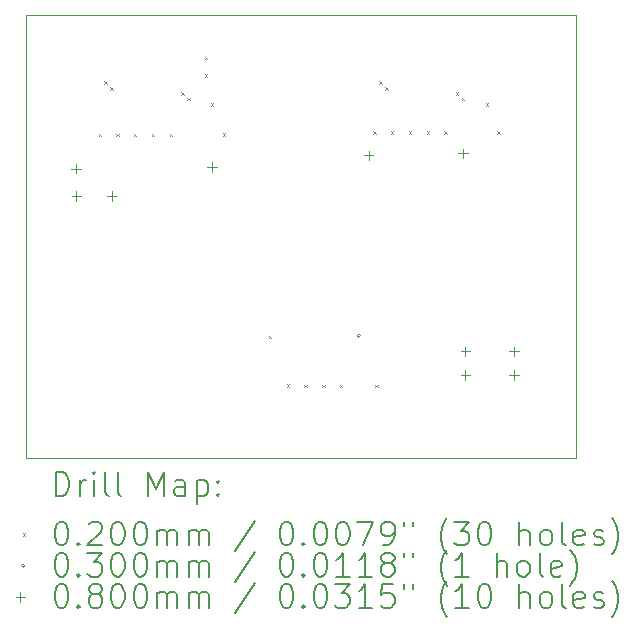
<source format=gbr>
%TF.GenerationSoftware,KiCad,Pcbnew,8.0.3*%
%TF.CreationDate,2025-06-24T11:22:06+03:00*%
%TF.ProjectId,Camera_24-22_Pin,43616d65-7261-45f3-9234-2d32325f5069,rev?*%
%TF.SameCoordinates,Original*%
%TF.FileFunction,Drillmap*%
%TF.FilePolarity,Positive*%
%FSLAX45Y45*%
G04 Gerber Fmt 4.5, Leading zero omitted, Abs format (unit mm)*
G04 Created by KiCad (PCBNEW 8.0.3) date 2025-06-24 11:22:06*
%MOMM*%
%LPD*%
G01*
G04 APERTURE LIST*
%ADD10C,0.100000*%
%ADD11C,0.200000*%
G04 APERTURE END LIST*
D10*
X14679000Y-7486000D02*
X19341000Y-7486000D01*
X19341000Y-11240000D01*
X14679000Y-11240000D01*
X14679000Y-7486000D01*
D11*
D10*
X15296000Y-8492000D02*
X15316000Y-8512000D01*
X15316000Y-8492000D02*
X15296000Y-8512000D01*
X15343000Y-8047000D02*
X15363000Y-8067000D01*
X15363000Y-8047000D02*
X15343000Y-8067000D01*
X15396000Y-8098000D02*
X15416000Y-8118000D01*
X15416000Y-8098000D02*
X15396000Y-8118000D01*
X15446000Y-8492000D02*
X15466000Y-8512000D01*
X15466000Y-8492000D02*
X15446000Y-8512000D01*
X15596000Y-8492000D02*
X15616000Y-8512000D01*
X15616000Y-8492000D02*
X15596000Y-8512000D01*
X15746000Y-8492000D02*
X15766000Y-8512000D01*
X15766000Y-8492000D02*
X15746000Y-8512000D01*
X15897000Y-8492000D02*
X15917000Y-8512000D01*
X15917000Y-8492000D02*
X15897000Y-8512000D01*
X15995000Y-8142000D02*
X16015000Y-8162000D01*
X16015000Y-8142000D02*
X15995000Y-8162000D01*
X16046000Y-8185000D02*
X16066000Y-8205000D01*
X16066000Y-8185000D02*
X16046000Y-8205000D01*
X16196000Y-7838000D02*
X16216000Y-7858000D01*
X16216000Y-7838000D02*
X16196000Y-7858000D01*
X16196000Y-7989000D02*
X16216000Y-8009000D01*
X16216000Y-7989000D02*
X16196000Y-8009000D01*
X16246000Y-8235000D02*
X16266000Y-8255000D01*
X16266000Y-8235000D02*
X16246000Y-8255000D01*
X16346000Y-8487000D02*
X16366000Y-8507000D01*
X16366000Y-8487000D02*
X16346000Y-8507000D01*
X16739000Y-10205000D02*
X16759000Y-10225000D01*
X16759000Y-10205000D02*
X16739000Y-10225000D01*
X16889000Y-10614000D02*
X16909000Y-10634000D01*
X16909000Y-10614000D02*
X16889000Y-10634000D01*
X17038000Y-10616000D02*
X17058000Y-10636000D01*
X17058000Y-10616000D02*
X17038000Y-10636000D01*
X17189000Y-10616000D02*
X17209000Y-10636000D01*
X17209000Y-10616000D02*
X17189000Y-10636000D01*
X17339000Y-10616000D02*
X17359000Y-10636000D01*
X17359000Y-10616000D02*
X17339000Y-10636000D01*
X17622000Y-8470000D02*
X17642000Y-8490000D01*
X17642000Y-8470000D02*
X17622000Y-8490000D01*
X17638000Y-10616000D02*
X17658000Y-10636000D01*
X17658000Y-10616000D02*
X17638000Y-10636000D01*
X17672000Y-8047000D02*
X17692000Y-8067000D01*
X17692000Y-8047000D02*
X17672000Y-8067000D01*
X17722000Y-8098000D02*
X17742000Y-8118000D01*
X17742000Y-8098000D02*
X17722000Y-8118000D01*
X17772000Y-8470000D02*
X17792000Y-8490000D01*
X17792000Y-8470000D02*
X17772000Y-8490000D01*
X17922000Y-8470000D02*
X17942000Y-8490000D01*
X17942000Y-8470000D02*
X17922000Y-8490000D01*
X18073000Y-8470000D02*
X18093000Y-8490000D01*
X18093000Y-8470000D02*
X18073000Y-8490000D01*
X18222000Y-8470000D02*
X18242000Y-8490000D01*
X18242000Y-8470000D02*
X18222000Y-8490000D01*
X18322000Y-8142000D02*
X18342000Y-8162000D01*
X18342000Y-8142000D02*
X18322000Y-8162000D01*
X18372000Y-8185000D02*
X18392000Y-8205000D01*
X18392000Y-8185000D02*
X18372000Y-8205000D01*
X18572000Y-8235000D02*
X18592000Y-8255000D01*
X18592000Y-8235000D02*
X18572000Y-8255000D01*
X18672000Y-8470000D02*
X18692000Y-8490000D01*
X18692000Y-8470000D02*
X18672000Y-8490000D01*
X17514000Y-10200000D02*
G75*
G02*
X17484000Y-10200000I-15000J0D01*
G01*
X17484000Y-10200000D02*
G75*
G02*
X17514000Y-10200000I15000J0D01*
G01*
X15103000Y-8748000D02*
X15103000Y-8828000D01*
X15063000Y-8788000D02*
X15143000Y-8788000D01*
X15107000Y-8978000D02*
X15107000Y-9058000D01*
X15067000Y-9018000D02*
X15147000Y-9018000D01*
X15406000Y-8977000D02*
X15406000Y-9057000D01*
X15366000Y-9017000D02*
X15446000Y-9017000D01*
X16255000Y-8734000D02*
X16255000Y-8814000D01*
X16215000Y-8774000D02*
X16295000Y-8774000D01*
X17582000Y-8635000D02*
X17582000Y-8715000D01*
X17542000Y-8675000D02*
X17622000Y-8675000D01*
X18382000Y-8617000D02*
X18382000Y-8697000D01*
X18342000Y-8657000D02*
X18422000Y-8657000D01*
X18402000Y-10295000D02*
X18402000Y-10375000D01*
X18362000Y-10335000D02*
X18442000Y-10335000D01*
X18402000Y-10495000D02*
X18402000Y-10575000D01*
X18362000Y-10535000D02*
X18442000Y-10535000D01*
X18811000Y-10295000D02*
X18811000Y-10375000D01*
X18771000Y-10335000D02*
X18851000Y-10335000D01*
X18811000Y-10495000D02*
X18811000Y-10575000D01*
X18771000Y-10535000D02*
X18851000Y-10535000D01*
D11*
X14934777Y-11556484D02*
X14934777Y-11356484D01*
X14934777Y-11356484D02*
X14982396Y-11356484D01*
X14982396Y-11356484D02*
X15010967Y-11366008D01*
X15010967Y-11366008D02*
X15030015Y-11385055D01*
X15030015Y-11385055D02*
X15039539Y-11404103D01*
X15039539Y-11404103D02*
X15049062Y-11442198D01*
X15049062Y-11442198D02*
X15049062Y-11470769D01*
X15049062Y-11470769D02*
X15039539Y-11508865D01*
X15039539Y-11508865D02*
X15030015Y-11527912D01*
X15030015Y-11527912D02*
X15010967Y-11546960D01*
X15010967Y-11546960D02*
X14982396Y-11556484D01*
X14982396Y-11556484D02*
X14934777Y-11556484D01*
X15134777Y-11556484D02*
X15134777Y-11423150D01*
X15134777Y-11461246D02*
X15144301Y-11442198D01*
X15144301Y-11442198D02*
X15153824Y-11432674D01*
X15153824Y-11432674D02*
X15172872Y-11423150D01*
X15172872Y-11423150D02*
X15191920Y-11423150D01*
X15258586Y-11556484D02*
X15258586Y-11423150D01*
X15258586Y-11356484D02*
X15249062Y-11366008D01*
X15249062Y-11366008D02*
X15258586Y-11375531D01*
X15258586Y-11375531D02*
X15268110Y-11366008D01*
X15268110Y-11366008D02*
X15258586Y-11356484D01*
X15258586Y-11356484D02*
X15258586Y-11375531D01*
X15382396Y-11556484D02*
X15363348Y-11546960D01*
X15363348Y-11546960D02*
X15353824Y-11527912D01*
X15353824Y-11527912D02*
X15353824Y-11356484D01*
X15487158Y-11556484D02*
X15468110Y-11546960D01*
X15468110Y-11546960D02*
X15458586Y-11527912D01*
X15458586Y-11527912D02*
X15458586Y-11356484D01*
X15715729Y-11556484D02*
X15715729Y-11356484D01*
X15715729Y-11356484D02*
X15782396Y-11499341D01*
X15782396Y-11499341D02*
X15849062Y-11356484D01*
X15849062Y-11356484D02*
X15849062Y-11556484D01*
X16030015Y-11556484D02*
X16030015Y-11451722D01*
X16030015Y-11451722D02*
X16020491Y-11432674D01*
X16020491Y-11432674D02*
X16001443Y-11423150D01*
X16001443Y-11423150D02*
X15963348Y-11423150D01*
X15963348Y-11423150D02*
X15944301Y-11432674D01*
X16030015Y-11546960D02*
X16010967Y-11556484D01*
X16010967Y-11556484D02*
X15963348Y-11556484D01*
X15963348Y-11556484D02*
X15944301Y-11546960D01*
X15944301Y-11546960D02*
X15934777Y-11527912D01*
X15934777Y-11527912D02*
X15934777Y-11508865D01*
X15934777Y-11508865D02*
X15944301Y-11489817D01*
X15944301Y-11489817D02*
X15963348Y-11480293D01*
X15963348Y-11480293D02*
X16010967Y-11480293D01*
X16010967Y-11480293D02*
X16030015Y-11470769D01*
X16125253Y-11423150D02*
X16125253Y-11623150D01*
X16125253Y-11432674D02*
X16144301Y-11423150D01*
X16144301Y-11423150D02*
X16182396Y-11423150D01*
X16182396Y-11423150D02*
X16201443Y-11432674D01*
X16201443Y-11432674D02*
X16210967Y-11442198D01*
X16210967Y-11442198D02*
X16220491Y-11461246D01*
X16220491Y-11461246D02*
X16220491Y-11518388D01*
X16220491Y-11518388D02*
X16210967Y-11537436D01*
X16210967Y-11537436D02*
X16201443Y-11546960D01*
X16201443Y-11546960D02*
X16182396Y-11556484D01*
X16182396Y-11556484D02*
X16144301Y-11556484D01*
X16144301Y-11556484D02*
X16125253Y-11546960D01*
X16306205Y-11537436D02*
X16315729Y-11546960D01*
X16315729Y-11546960D02*
X16306205Y-11556484D01*
X16306205Y-11556484D02*
X16296682Y-11546960D01*
X16296682Y-11546960D02*
X16306205Y-11537436D01*
X16306205Y-11537436D02*
X16306205Y-11556484D01*
X16306205Y-11432674D02*
X16315729Y-11442198D01*
X16315729Y-11442198D02*
X16306205Y-11451722D01*
X16306205Y-11451722D02*
X16296682Y-11442198D01*
X16296682Y-11442198D02*
X16306205Y-11432674D01*
X16306205Y-11432674D02*
X16306205Y-11451722D01*
D10*
X14654000Y-11875000D02*
X14674000Y-11895000D01*
X14674000Y-11875000D02*
X14654000Y-11895000D01*
D11*
X14972872Y-11776484D02*
X14991920Y-11776484D01*
X14991920Y-11776484D02*
X15010967Y-11786008D01*
X15010967Y-11786008D02*
X15020491Y-11795531D01*
X15020491Y-11795531D02*
X15030015Y-11814579D01*
X15030015Y-11814579D02*
X15039539Y-11852674D01*
X15039539Y-11852674D02*
X15039539Y-11900293D01*
X15039539Y-11900293D02*
X15030015Y-11938388D01*
X15030015Y-11938388D02*
X15020491Y-11957436D01*
X15020491Y-11957436D02*
X15010967Y-11966960D01*
X15010967Y-11966960D02*
X14991920Y-11976484D01*
X14991920Y-11976484D02*
X14972872Y-11976484D01*
X14972872Y-11976484D02*
X14953824Y-11966960D01*
X14953824Y-11966960D02*
X14944301Y-11957436D01*
X14944301Y-11957436D02*
X14934777Y-11938388D01*
X14934777Y-11938388D02*
X14925253Y-11900293D01*
X14925253Y-11900293D02*
X14925253Y-11852674D01*
X14925253Y-11852674D02*
X14934777Y-11814579D01*
X14934777Y-11814579D02*
X14944301Y-11795531D01*
X14944301Y-11795531D02*
X14953824Y-11786008D01*
X14953824Y-11786008D02*
X14972872Y-11776484D01*
X15125253Y-11957436D02*
X15134777Y-11966960D01*
X15134777Y-11966960D02*
X15125253Y-11976484D01*
X15125253Y-11976484D02*
X15115729Y-11966960D01*
X15115729Y-11966960D02*
X15125253Y-11957436D01*
X15125253Y-11957436D02*
X15125253Y-11976484D01*
X15210967Y-11795531D02*
X15220491Y-11786008D01*
X15220491Y-11786008D02*
X15239539Y-11776484D01*
X15239539Y-11776484D02*
X15287158Y-11776484D01*
X15287158Y-11776484D02*
X15306205Y-11786008D01*
X15306205Y-11786008D02*
X15315729Y-11795531D01*
X15315729Y-11795531D02*
X15325253Y-11814579D01*
X15325253Y-11814579D02*
X15325253Y-11833627D01*
X15325253Y-11833627D02*
X15315729Y-11862198D01*
X15315729Y-11862198D02*
X15201443Y-11976484D01*
X15201443Y-11976484D02*
X15325253Y-11976484D01*
X15449062Y-11776484D02*
X15468110Y-11776484D01*
X15468110Y-11776484D02*
X15487158Y-11786008D01*
X15487158Y-11786008D02*
X15496682Y-11795531D01*
X15496682Y-11795531D02*
X15506205Y-11814579D01*
X15506205Y-11814579D02*
X15515729Y-11852674D01*
X15515729Y-11852674D02*
X15515729Y-11900293D01*
X15515729Y-11900293D02*
X15506205Y-11938388D01*
X15506205Y-11938388D02*
X15496682Y-11957436D01*
X15496682Y-11957436D02*
X15487158Y-11966960D01*
X15487158Y-11966960D02*
X15468110Y-11976484D01*
X15468110Y-11976484D02*
X15449062Y-11976484D01*
X15449062Y-11976484D02*
X15430015Y-11966960D01*
X15430015Y-11966960D02*
X15420491Y-11957436D01*
X15420491Y-11957436D02*
X15410967Y-11938388D01*
X15410967Y-11938388D02*
X15401443Y-11900293D01*
X15401443Y-11900293D02*
X15401443Y-11852674D01*
X15401443Y-11852674D02*
X15410967Y-11814579D01*
X15410967Y-11814579D02*
X15420491Y-11795531D01*
X15420491Y-11795531D02*
X15430015Y-11786008D01*
X15430015Y-11786008D02*
X15449062Y-11776484D01*
X15639539Y-11776484D02*
X15658586Y-11776484D01*
X15658586Y-11776484D02*
X15677634Y-11786008D01*
X15677634Y-11786008D02*
X15687158Y-11795531D01*
X15687158Y-11795531D02*
X15696682Y-11814579D01*
X15696682Y-11814579D02*
X15706205Y-11852674D01*
X15706205Y-11852674D02*
X15706205Y-11900293D01*
X15706205Y-11900293D02*
X15696682Y-11938388D01*
X15696682Y-11938388D02*
X15687158Y-11957436D01*
X15687158Y-11957436D02*
X15677634Y-11966960D01*
X15677634Y-11966960D02*
X15658586Y-11976484D01*
X15658586Y-11976484D02*
X15639539Y-11976484D01*
X15639539Y-11976484D02*
X15620491Y-11966960D01*
X15620491Y-11966960D02*
X15610967Y-11957436D01*
X15610967Y-11957436D02*
X15601443Y-11938388D01*
X15601443Y-11938388D02*
X15591920Y-11900293D01*
X15591920Y-11900293D02*
X15591920Y-11852674D01*
X15591920Y-11852674D02*
X15601443Y-11814579D01*
X15601443Y-11814579D02*
X15610967Y-11795531D01*
X15610967Y-11795531D02*
X15620491Y-11786008D01*
X15620491Y-11786008D02*
X15639539Y-11776484D01*
X15791920Y-11976484D02*
X15791920Y-11843150D01*
X15791920Y-11862198D02*
X15801443Y-11852674D01*
X15801443Y-11852674D02*
X15820491Y-11843150D01*
X15820491Y-11843150D02*
X15849063Y-11843150D01*
X15849063Y-11843150D02*
X15868110Y-11852674D01*
X15868110Y-11852674D02*
X15877634Y-11871722D01*
X15877634Y-11871722D02*
X15877634Y-11976484D01*
X15877634Y-11871722D02*
X15887158Y-11852674D01*
X15887158Y-11852674D02*
X15906205Y-11843150D01*
X15906205Y-11843150D02*
X15934777Y-11843150D01*
X15934777Y-11843150D02*
X15953824Y-11852674D01*
X15953824Y-11852674D02*
X15963348Y-11871722D01*
X15963348Y-11871722D02*
X15963348Y-11976484D01*
X16058586Y-11976484D02*
X16058586Y-11843150D01*
X16058586Y-11862198D02*
X16068110Y-11852674D01*
X16068110Y-11852674D02*
X16087158Y-11843150D01*
X16087158Y-11843150D02*
X16115729Y-11843150D01*
X16115729Y-11843150D02*
X16134777Y-11852674D01*
X16134777Y-11852674D02*
X16144301Y-11871722D01*
X16144301Y-11871722D02*
X16144301Y-11976484D01*
X16144301Y-11871722D02*
X16153824Y-11852674D01*
X16153824Y-11852674D02*
X16172872Y-11843150D01*
X16172872Y-11843150D02*
X16201443Y-11843150D01*
X16201443Y-11843150D02*
X16220491Y-11852674D01*
X16220491Y-11852674D02*
X16230015Y-11871722D01*
X16230015Y-11871722D02*
X16230015Y-11976484D01*
X16620491Y-11766960D02*
X16449063Y-12024103D01*
X16877634Y-11776484D02*
X16896682Y-11776484D01*
X16896682Y-11776484D02*
X16915729Y-11786008D01*
X16915729Y-11786008D02*
X16925253Y-11795531D01*
X16925253Y-11795531D02*
X16934777Y-11814579D01*
X16934777Y-11814579D02*
X16944301Y-11852674D01*
X16944301Y-11852674D02*
X16944301Y-11900293D01*
X16944301Y-11900293D02*
X16934777Y-11938388D01*
X16934777Y-11938388D02*
X16925253Y-11957436D01*
X16925253Y-11957436D02*
X16915729Y-11966960D01*
X16915729Y-11966960D02*
X16896682Y-11976484D01*
X16896682Y-11976484D02*
X16877634Y-11976484D01*
X16877634Y-11976484D02*
X16858587Y-11966960D01*
X16858587Y-11966960D02*
X16849063Y-11957436D01*
X16849063Y-11957436D02*
X16839539Y-11938388D01*
X16839539Y-11938388D02*
X16830015Y-11900293D01*
X16830015Y-11900293D02*
X16830015Y-11852674D01*
X16830015Y-11852674D02*
X16839539Y-11814579D01*
X16839539Y-11814579D02*
X16849063Y-11795531D01*
X16849063Y-11795531D02*
X16858587Y-11786008D01*
X16858587Y-11786008D02*
X16877634Y-11776484D01*
X17030015Y-11957436D02*
X17039539Y-11966960D01*
X17039539Y-11966960D02*
X17030015Y-11976484D01*
X17030015Y-11976484D02*
X17020491Y-11966960D01*
X17020491Y-11966960D02*
X17030015Y-11957436D01*
X17030015Y-11957436D02*
X17030015Y-11976484D01*
X17163348Y-11776484D02*
X17182396Y-11776484D01*
X17182396Y-11776484D02*
X17201444Y-11786008D01*
X17201444Y-11786008D02*
X17210968Y-11795531D01*
X17210968Y-11795531D02*
X17220491Y-11814579D01*
X17220491Y-11814579D02*
X17230015Y-11852674D01*
X17230015Y-11852674D02*
X17230015Y-11900293D01*
X17230015Y-11900293D02*
X17220491Y-11938388D01*
X17220491Y-11938388D02*
X17210968Y-11957436D01*
X17210968Y-11957436D02*
X17201444Y-11966960D01*
X17201444Y-11966960D02*
X17182396Y-11976484D01*
X17182396Y-11976484D02*
X17163348Y-11976484D01*
X17163348Y-11976484D02*
X17144301Y-11966960D01*
X17144301Y-11966960D02*
X17134777Y-11957436D01*
X17134777Y-11957436D02*
X17125253Y-11938388D01*
X17125253Y-11938388D02*
X17115729Y-11900293D01*
X17115729Y-11900293D02*
X17115729Y-11852674D01*
X17115729Y-11852674D02*
X17125253Y-11814579D01*
X17125253Y-11814579D02*
X17134777Y-11795531D01*
X17134777Y-11795531D02*
X17144301Y-11786008D01*
X17144301Y-11786008D02*
X17163348Y-11776484D01*
X17353825Y-11776484D02*
X17372872Y-11776484D01*
X17372872Y-11776484D02*
X17391920Y-11786008D01*
X17391920Y-11786008D02*
X17401444Y-11795531D01*
X17401444Y-11795531D02*
X17410968Y-11814579D01*
X17410968Y-11814579D02*
X17420491Y-11852674D01*
X17420491Y-11852674D02*
X17420491Y-11900293D01*
X17420491Y-11900293D02*
X17410968Y-11938388D01*
X17410968Y-11938388D02*
X17401444Y-11957436D01*
X17401444Y-11957436D02*
X17391920Y-11966960D01*
X17391920Y-11966960D02*
X17372872Y-11976484D01*
X17372872Y-11976484D02*
X17353825Y-11976484D01*
X17353825Y-11976484D02*
X17334777Y-11966960D01*
X17334777Y-11966960D02*
X17325253Y-11957436D01*
X17325253Y-11957436D02*
X17315729Y-11938388D01*
X17315729Y-11938388D02*
X17306206Y-11900293D01*
X17306206Y-11900293D02*
X17306206Y-11852674D01*
X17306206Y-11852674D02*
X17315729Y-11814579D01*
X17315729Y-11814579D02*
X17325253Y-11795531D01*
X17325253Y-11795531D02*
X17334777Y-11786008D01*
X17334777Y-11786008D02*
X17353825Y-11776484D01*
X17487158Y-11776484D02*
X17620491Y-11776484D01*
X17620491Y-11776484D02*
X17534777Y-11976484D01*
X17706206Y-11976484D02*
X17744301Y-11976484D01*
X17744301Y-11976484D02*
X17763349Y-11966960D01*
X17763349Y-11966960D02*
X17772872Y-11957436D01*
X17772872Y-11957436D02*
X17791920Y-11928865D01*
X17791920Y-11928865D02*
X17801444Y-11890769D01*
X17801444Y-11890769D02*
X17801444Y-11814579D01*
X17801444Y-11814579D02*
X17791920Y-11795531D01*
X17791920Y-11795531D02*
X17782396Y-11786008D01*
X17782396Y-11786008D02*
X17763349Y-11776484D01*
X17763349Y-11776484D02*
X17725253Y-11776484D01*
X17725253Y-11776484D02*
X17706206Y-11786008D01*
X17706206Y-11786008D02*
X17696682Y-11795531D01*
X17696682Y-11795531D02*
X17687158Y-11814579D01*
X17687158Y-11814579D02*
X17687158Y-11862198D01*
X17687158Y-11862198D02*
X17696682Y-11881246D01*
X17696682Y-11881246D02*
X17706206Y-11890769D01*
X17706206Y-11890769D02*
X17725253Y-11900293D01*
X17725253Y-11900293D02*
X17763349Y-11900293D01*
X17763349Y-11900293D02*
X17782396Y-11890769D01*
X17782396Y-11890769D02*
X17791920Y-11881246D01*
X17791920Y-11881246D02*
X17801444Y-11862198D01*
X17877634Y-11776484D02*
X17877634Y-11814579D01*
X17953825Y-11776484D02*
X17953825Y-11814579D01*
X18249063Y-12052674D02*
X18239539Y-12043150D01*
X18239539Y-12043150D02*
X18220491Y-12014579D01*
X18220491Y-12014579D02*
X18210968Y-11995531D01*
X18210968Y-11995531D02*
X18201444Y-11966960D01*
X18201444Y-11966960D02*
X18191920Y-11919341D01*
X18191920Y-11919341D02*
X18191920Y-11881246D01*
X18191920Y-11881246D02*
X18201444Y-11833627D01*
X18201444Y-11833627D02*
X18210968Y-11805055D01*
X18210968Y-11805055D02*
X18220491Y-11786008D01*
X18220491Y-11786008D02*
X18239539Y-11757436D01*
X18239539Y-11757436D02*
X18249063Y-11747912D01*
X18306206Y-11776484D02*
X18430015Y-11776484D01*
X18430015Y-11776484D02*
X18363349Y-11852674D01*
X18363349Y-11852674D02*
X18391920Y-11852674D01*
X18391920Y-11852674D02*
X18410968Y-11862198D01*
X18410968Y-11862198D02*
X18420491Y-11871722D01*
X18420491Y-11871722D02*
X18430015Y-11890769D01*
X18430015Y-11890769D02*
X18430015Y-11938388D01*
X18430015Y-11938388D02*
X18420491Y-11957436D01*
X18420491Y-11957436D02*
X18410968Y-11966960D01*
X18410968Y-11966960D02*
X18391920Y-11976484D01*
X18391920Y-11976484D02*
X18334777Y-11976484D01*
X18334777Y-11976484D02*
X18315730Y-11966960D01*
X18315730Y-11966960D02*
X18306206Y-11957436D01*
X18553825Y-11776484D02*
X18572872Y-11776484D01*
X18572872Y-11776484D02*
X18591920Y-11786008D01*
X18591920Y-11786008D02*
X18601444Y-11795531D01*
X18601444Y-11795531D02*
X18610968Y-11814579D01*
X18610968Y-11814579D02*
X18620491Y-11852674D01*
X18620491Y-11852674D02*
X18620491Y-11900293D01*
X18620491Y-11900293D02*
X18610968Y-11938388D01*
X18610968Y-11938388D02*
X18601444Y-11957436D01*
X18601444Y-11957436D02*
X18591920Y-11966960D01*
X18591920Y-11966960D02*
X18572872Y-11976484D01*
X18572872Y-11976484D02*
X18553825Y-11976484D01*
X18553825Y-11976484D02*
X18534777Y-11966960D01*
X18534777Y-11966960D02*
X18525253Y-11957436D01*
X18525253Y-11957436D02*
X18515730Y-11938388D01*
X18515730Y-11938388D02*
X18506206Y-11900293D01*
X18506206Y-11900293D02*
X18506206Y-11852674D01*
X18506206Y-11852674D02*
X18515730Y-11814579D01*
X18515730Y-11814579D02*
X18525253Y-11795531D01*
X18525253Y-11795531D02*
X18534777Y-11786008D01*
X18534777Y-11786008D02*
X18553825Y-11776484D01*
X18858587Y-11976484D02*
X18858587Y-11776484D01*
X18944301Y-11976484D02*
X18944301Y-11871722D01*
X18944301Y-11871722D02*
X18934777Y-11852674D01*
X18934777Y-11852674D02*
X18915730Y-11843150D01*
X18915730Y-11843150D02*
X18887158Y-11843150D01*
X18887158Y-11843150D02*
X18868111Y-11852674D01*
X18868111Y-11852674D02*
X18858587Y-11862198D01*
X19068111Y-11976484D02*
X19049063Y-11966960D01*
X19049063Y-11966960D02*
X19039539Y-11957436D01*
X19039539Y-11957436D02*
X19030015Y-11938388D01*
X19030015Y-11938388D02*
X19030015Y-11881246D01*
X19030015Y-11881246D02*
X19039539Y-11862198D01*
X19039539Y-11862198D02*
X19049063Y-11852674D01*
X19049063Y-11852674D02*
X19068111Y-11843150D01*
X19068111Y-11843150D02*
X19096682Y-11843150D01*
X19096682Y-11843150D02*
X19115730Y-11852674D01*
X19115730Y-11852674D02*
X19125253Y-11862198D01*
X19125253Y-11862198D02*
X19134777Y-11881246D01*
X19134777Y-11881246D02*
X19134777Y-11938388D01*
X19134777Y-11938388D02*
X19125253Y-11957436D01*
X19125253Y-11957436D02*
X19115730Y-11966960D01*
X19115730Y-11966960D02*
X19096682Y-11976484D01*
X19096682Y-11976484D02*
X19068111Y-11976484D01*
X19249063Y-11976484D02*
X19230015Y-11966960D01*
X19230015Y-11966960D02*
X19220492Y-11947912D01*
X19220492Y-11947912D02*
X19220492Y-11776484D01*
X19401444Y-11966960D02*
X19382396Y-11976484D01*
X19382396Y-11976484D02*
X19344301Y-11976484D01*
X19344301Y-11976484D02*
X19325253Y-11966960D01*
X19325253Y-11966960D02*
X19315730Y-11947912D01*
X19315730Y-11947912D02*
X19315730Y-11871722D01*
X19315730Y-11871722D02*
X19325253Y-11852674D01*
X19325253Y-11852674D02*
X19344301Y-11843150D01*
X19344301Y-11843150D02*
X19382396Y-11843150D01*
X19382396Y-11843150D02*
X19401444Y-11852674D01*
X19401444Y-11852674D02*
X19410968Y-11871722D01*
X19410968Y-11871722D02*
X19410968Y-11890769D01*
X19410968Y-11890769D02*
X19315730Y-11909817D01*
X19487158Y-11966960D02*
X19506206Y-11976484D01*
X19506206Y-11976484D02*
X19544301Y-11976484D01*
X19544301Y-11976484D02*
X19563349Y-11966960D01*
X19563349Y-11966960D02*
X19572873Y-11947912D01*
X19572873Y-11947912D02*
X19572873Y-11938388D01*
X19572873Y-11938388D02*
X19563349Y-11919341D01*
X19563349Y-11919341D02*
X19544301Y-11909817D01*
X19544301Y-11909817D02*
X19515730Y-11909817D01*
X19515730Y-11909817D02*
X19496682Y-11900293D01*
X19496682Y-11900293D02*
X19487158Y-11881246D01*
X19487158Y-11881246D02*
X19487158Y-11871722D01*
X19487158Y-11871722D02*
X19496682Y-11852674D01*
X19496682Y-11852674D02*
X19515730Y-11843150D01*
X19515730Y-11843150D02*
X19544301Y-11843150D01*
X19544301Y-11843150D02*
X19563349Y-11852674D01*
X19639539Y-12052674D02*
X19649063Y-12043150D01*
X19649063Y-12043150D02*
X19668111Y-12014579D01*
X19668111Y-12014579D02*
X19677634Y-11995531D01*
X19677634Y-11995531D02*
X19687158Y-11966960D01*
X19687158Y-11966960D02*
X19696682Y-11919341D01*
X19696682Y-11919341D02*
X19696682Y-11881246D01*
X19696682Y-11881246D02*
X19687158Y-11833627D01*
X19687158Y-11833627D02*
X19677634Y-11805055D01*
X19677634Y-11805055D02*
X19668111Y-11786008D01*
X19668111Y-11786008D02*
X19649063Y-11757436D01*
X19649063Y-11757436D02*
X19639539Y-11747912D01*
D10*
X14674000Y-12149000D02*
G75*
G02*
X14644000Y-12149000I-15000J0D01*
G01*
X14644000Y-12149000D02*
G75*
G02*
X14674000Y-12149000I15000J0D01*
G01*
D11*
X14972872Y-12040484D02*
X14991920Y-12040484D01*
X14991920Y-12040484D02*
X15010967Y-12050008D01*
X15010967Y-12050008D02*
X15020491Y-12059531D01*
X15020491Y-12059531D02*
X15030015Y-12078579D01*
X15030015Y-12078579D02*
X15039539Y-12116674D01*
X15039539Y-12116674D02*
X15039539Y-12164293D01*
X15039539Y-12164293D02*
X15030015Y-12202388D01*
X15030015Y-12202388D02*
X15020491Y-12221436D01*
X15020491Y-12221436D02*
X15010967Y-12230960D01*
X15010967Y-12230960D02*
X14991920Y-12240484D01*
X14991920Y-12240484D02*
X14972872Y-12240484D01*
X14972872Y-12240484D02*
X14953824Y-12230960D01*
X14953824Y-12230960D02*
X14944301Y-12221436D01*
X14944301Y-12221436D02*
X14934777Y-12202388D01*
X14934777Y-12202388D02*
X14925253Y-12164293D01*
X14925253Y-12164293D02*
X14925253Y-12116674D01*
X14925253Y-12116674D02*
X14934777Y-12078579D01*
X14934777Y-12078579D02*
X14944301Y-12059531D01*
X14944301Y-12059531D02*
X14953824Y-12050008D01*
X14953824Y-12050008D02*
X14972872Y-12040484D01*
X15125253Y-12221436D02*
X15134777Y-12230960D01*
X15134777Y-12230960D02*
X15125253Y-12240484D01*
X15125253Y-12240484D02*
X15115729Y-12230960D01*
X15115729Y-12230960D02*
X15125253Y-12221436D01*
X15125253Y-12221436D02*
X15125253Y-12240484D01*
X15201443Y-12040484D02*
X15325253Y-12040484D01*
X15325253Y-12040484D02*
X15258586Y-12116674D01*
X15258586Y-12116674D02*
X15287158Y-12116674D01*
X15287158Y-12116674D02*
X15306205Y-12126198D01*
X15306205Y-12126198D02*
X15315729Y-12135722D01*
X15315729Y-12135722D02*
X15325253Y-12154769D01*
X15325253Y-12154769D02*
X15325253Y-12202388D01*
X15325253Y-12202388D02*
X15315729Y-12221436D01*
X15315729Y-12221436D02*
X15306205Y-12230960D01*
X15306205Y-12230960D02*
X15287158Y-12240484D01*
X15287158Y-12240484D02*
X15230015Y-12240484D01*
X15230015Y-12240484D02*
X15210967Y-12230960D01*
X15210967Y-12230960D02*
X15201443Y-12221436D01*
X15449062Y-12040484D02*
X15468110Y-12040484D01*
X15468110Y-12040484D02*
X15487158Y-12050008D01*
X15487158Y-12050008D02*
X15496682Y-12059531D01*
X15496682Y-12059531D02*
X15506205Y-12078579D01*
X15506205Y-12078579D02*
X15515729Y-12116674D01*
X15515729Y-12116674D02*
X15515729Y-12164293D01*
X15515729Y-12164293D02*
X15506205Y-12202388D01*
X15506205Y-12202388D02*
X15496682Y-12221436D01*
X15496682Y-12221436D02*
X15487158Y-12230960D01*
X15487158Y-12230960D02*
X15468110Y-12240484D01*
X15468110Y-12240484D02*
X15449062Y-12240484D01*
X15449062Y-12240484D02*
X15430015Y-12230960D01*
X15430015Y-12230960D02*
X15420491Y-12221436D01*
X15420491Y-12221436D02*
X15410967Y-12202388D01*
X15410967Y-12202388D02*
X15401443Y-12164293D01*
X15401443Y-12164293D02*
X15401443Y-12116674D01*
X15401443Y-12116674D02*
X15410967Y-12078579D01*
X15410967Y-12078579D02*
X15420491Y-12059531D01*
X15420491Y-12059531D02*
X15430015Y-12050008D01*
X15430015Y-12050008D02*
X15449062Y-12040484D01*
X15639539Y-12040484D02*
X15658586Y-12040484D01*
X15658586Y-12040484D02*
X15677634Y-12050008D01*
X15677634Y-12050008D02*
X15687158Y-12059531D01*
X15687158Y-12059531D02*
X15696682Y-12078579D01*
X15696682Y-12078579D02*
X15706205Y-12116674D01*
X15706205Y-12116674D02*
X15706205Y-12164293D01*
X15706205Y-12164293D02*
X15696682Y-12202388D01*
X15696682Y-12202388D02*
X15687158Y-12221436D01*
X15687158Y-12221436D02*
X15677634Y-12230960D01*
X15677634Y-12230960D02*
X15658586Y-12240484D01*
X15658586Y-12240484D02*
X15639539Y-12240484D01*
X15639539Y-12240484D02*
X15620491Y-12230960D01*
X15620491Y-12230960D02*
X15610967Y-12221436D01*
X15610967Y-12221436D02*
X15601443Y-12202388D01*
X15601443Y-12202388D02*
X15591920Y-12164293D01*
X15591920Y-12164293D02*
X15591920Y-12116674D01*
X15591920Y-12116674D02*
X15601443Y-12078579D01*
X15601443Y-12078579D02*
X15610967Y-12059531D01*
X15610967Y-12059531D02*
X15620491Y-12050008D01*
X15620491Y-12050008D02*
X15639539Y-12040484D01*
X15791920Y-12240484D02*
X15791920Y-12107150D01*
X15791920Y-12126198D02*
X15801443Y-12116674D01*
X15801443Y-12116674D02*
X15820491Y-12107150D01*
X15820491Y-12107150D02*
X15849063Y-12107150D01*
X15849063Y-12107150D02*
X15868110Y-12116674D01*
X15868110Y-12116674D02*
X15877634Y-12135722D01*
X15877634Y-12135722D02*
X15877634Y-12240484D01*
X15877634Y-12135722D02*
X15887158Y-12116674D01*
X15887158Y-12116674D02*
X15906205Y-12107150D01*
X15906205Y-12107150D02*
X15934777Y-12107150D01*
X15934777Y-12107150D02*
X15953824Y-12116674D01*
X15953824Y-12116674D02*
X15963348Y-12135722D01*
X15963348Y-12135722D02*
X15963348Y-12240484D01*
X16058586Y-12240484D02*
X16058586Y-12107150D01*
X16058586Y-12126198D02*
X16068110Y-12116674D01*
X16068110Y-12116674D02*
X16087158Y-12107150D01*
X16087158Y-12107150D02*
X16115729Y-12107150D01*
X16115729Y-12107150D02*
X16134777Y-12116674D01*
X16134777Y-12116674D02*
X16144301Y-12135722D01*
X16144301Y-12135722D02*
X16144301Y-12240484D01*
X16144301Y-12135722D02*
X16153824Y-12116674D01*
X16153824Y-12116674D02*
X16172872Y-12107150D01*
X16172872Y-12107150D02*
X16201443Y-12107150D01*
X16201443Y-12107150D02*
X16220491Y-12116674D01*
X16220491Y-12116674D02*
X16230015Y-12135722D01*
X16230015Y-12135722D02*
X16230015Y-12240484D01*
X16620491Y-12030960D02*
X16449063Y-12288103D01*
X16877634Y-12040484D02*
X16896682Y-12040484D01*
X16896682Y-12040484D02*
X16915729Y-12050008D01*
X16915729Y-12050008D02*
X16925253Y-12059531D01*
X16925253Y-12059531D02*
X16934777Y-12078579D01*
X16934777Y-12078579D02*
X16944301Y-12116674D01*
X16944301Y-12116674D02*
X16944301Y-12164293D01*
X16944301Y-12164293D02*
X16934777Y-12202388D01*
X16934777Y-12202388D02*
X16925253Y-12221436D01*
X16925253Y-12221436D02*
X16915729Y-12230960D01*
X16915729Y-12230960D02*
X16896682Y-12240484D01*
X16896682Y-12240484D02*
X16877634Y-12240484D01*
X16877634Y-12240484D02*
X16858587Y-12230960D01*
X16858587Y-12230960D02*
X16849063Y-12221436D01*
X16849063Y-12221436D02*
X16839539Y-12202388D01*
X16839539Y-12202388D02*
X16830015Y-12164293D01*
X16830015Y-12164293D02*
X16830015Y-12116674D01*
X16830015Y-12116674D02*
X16839539Y-12078579D01*
X16839539Y-12078579D02*
X16849063Y-12059531D01*
X16849063Y-12059531D02*
X16858587Y-12050008D01*
X16858587Y-12050008D02*
X16877634Y-12040484D01*
X17030015Y-12221436D02*
X17039539Y-12230960D01*
X17039539Y-12230960D02*
X17030015Y-12240484D01*
X17030015Y-12240484D02*
X17020491Y-12230960D01*
X17020491Y-12230960D02*
X17030015Y-12221436D01*
X17030015Y-12221436D02*
X17030015Y-12240484D01*
X17163348Y-12040484D02*
X17182396Y-12040484D01*
X17182396Y-12040484D02*
X17201444Y-12050008D01*
X17201444Y-12050008D02*
X17210968Y-12059531D01*
X17210968Y-12059531D02*
X17220491Y-12078579D01*
X17220491Y-12078579D02*
X17230015Y-12116674D01*
X17230015Y-12116674D02*
X17230015Y-12164293D01*
X17230015Y-12164293D02*
X17220491Y-12202388D01*
X17220491Y-12202388D02*
X17210968Y-12221436D01*
X17210968Y-12221436D02*
X17201444Y-12230960D01*
X17201444Y-12230960D02*
X17182396Y-12240484D01*
X17182396Y-12240484D02*
X17163348Y-12240484D01*
X17163348Y-12240484D02*
X17144301Y-12230960D01*
X17144301Y-12230960D02*
X17134777Y-12221436D01*
X17134777Y-12221436D02*
X17125253Y-12202388D01*
X17125253Y-12202388D02*
X17115729Y-12164293D01*
X17115729Y-12164293D02*
X17115729Y-12116674D01*
X17115729Y-12116674D02*
X17125253Y-12078579D01*
X17125253Y-12078579D02*
X17134777Y-12059531D01*
X17134777Y-12059531D02*
X17144301Y-12050008D01*
X17144301Y-12050008D02*
X17163348Y-12040484D01*
X17420491Y-12240484D02*
X17306206Y-12240484D01*
X17363348Y-12240484D02*
X17363348Y-12040484D01*
X17363348Y-12040484D02*
X17344301Y-12069055D01*
X17344301Y-12069055D02*
X17325253Y-12088103D01*
X17325253Y-12088103D02*
X17306206Y-12097627D01*
X17610968Y-12240484D02*
X17496682Y-12240484D01*
X17553825Y-12240484D02*
X17553825Y-12040484D01*
X17553825Y-12040484D02*
X17534777Y-12069055D01*
X17534777Y-12069055D02*
X17515729Y-12088103D01*
X17515729Y-12088103D02*
X17496682Y-12097627D01*
X17725253Y-12126198D02*
X17706206Y-12116674D01*
X17706206Y-12116674D02*
X17696682Y-12107150D01*
X17696682Y-12107150D02*
X17687158Y-12088103D01*
X17687158Y-12088103D02*
X17687158Y-12078579D01*
X17687158Y-12078579D02*
X17696682Y-12059531D01*
X17696682Y-12059531D02*
X17706206Y-12050008D01*
X17706206Y-12050008D02*
X17725253Y-12040484D01*
X17725253Y-12040484D02*
X17763349Y-12040484D01*
X17763349Y-12040484D02*
X17782396Y-12050008D01*
X17782396Y-12050008D02*
X17791920Y-12059531D01*
X17791920Y-12059531D02*
X17801444Y-12078579D01*
X17801444Y-12078579D02*
X17801444Y-12088103D01*
X17801444Y-12088103D02*
X17791920Y-12107150D01*
X17791920Y-12107150D02*
X17782396Y-12116674D01*
X17782396Y-12116674D02*
X17763349Y-12126198D01*
X17763349Y-12126198D02*
X17725253Y-12126198D01*
X17725253Y-12126198D02*
X17706206Y-12135722D01*
X17706206Y-12135722D02*
X17696682Y-12145246D01*
X17696682Y-12145246D02*
X17687158Y-12164293D01*
X17687158Y-12164293D02*
X17687158Y-12202388D01*
X17687158Y-12202388D02*
X17696682Y-12221436D01*
X17696682Y-12221436D02*
X17706206Y-12230960D01*
X17706206Y-12230960D02*
X17725253Y-12240484D01*
X17725253Y-12240484D02*
X17763349Y-12240484D01*
X17763349Y-12240484D02*
X17782396Y-12230960D01*
X17782396Y-12230960D02*
X17791920Y-12221436D01*
X17791920Y-12221436D02*
X17801444Y-12202388D01*
X17801444Y-12202388D02*
X17801444Y-12164293D01*
X17801444Y-12164293D02*
X17791920Y-12145246D01*
X17791920Y-12145246D02*
X17782396Y-12135722D01*
X17782396Y-12135722D02*
X17763349Y-12126198D01*
X17877634Y-12040484D02*
X17877634Y-12078579D01*
X17953825Y-12040484D02*
X17953825Y-12078579D01*
X18249063Y-12316674D02*
X18239539Y-12307150D01*
X18239539Y-12307150D02*
X18220491Y-12278579D01*
X18220491Y-12278579D02*
X18210968Y-12259531D01*
X18210968Y-12259531D02*
X18201444Y-12230960D01*
X18201444Y-12230960D02*
X18191920Y-12183341D01*
X18191920Y-12183341D02*
X18191920Y-12145246D01*
X18191920Y-12145246D02*
X18201444Y-12097627D01*
X18201444Y-12097627D02*
X18210968Y-12069055D01*
X18210968Y-12069055D02*
X18220491Y-12050008D01*
X18220491Y-12050008D02*
X18239539Y-12021436D01*
X18239539Y-12021436D02*
X18249063Y-12011912D01*
X18430015Y-12240484D02*
X18315730Y-12240484D01*
X18372872Y-12240484D02*
X18372872Y-12040484D01*
X18372872Y-12040484D02*
X18353825Y-12069055D01*
X18353825Y-12069055D02*
X18334777Y-12088103D01*
X18334777Y-12088103D02*
X18315730Y-12097627D01*
X18668111Y-12240484D02*
X18668111Y-12040484D01*
X18753825Y-12240484D02*
X18753825Y-12135722D01*
X18753825Y-12135722D02*
X18744301Y-12116674D01*
X18744301Y-12116674D02*
X18725253Y-12107150D01*
X18725253Y-12107150D02*
X18696682Y-12107150D01*
X18696682Y-12107150D02*
X18677634Y-12116674D01*
X18677634Y-12116674D02*
X18668111Y-12126198D01*
X18877634Y-12240484D02*
X18858587Y-12230960D01*
X18858587Y-12230960D02*
X18849063Y-12221436D01*
X18849063Y-12221436D02*
X18839539Y-12202388D01*
X18839539Y-12202388D02*
X18839539Y-12145246D01*
X18839539Y-12145246D02*
X18849063Y-12126198D01*
X18849063Y-12126198D02*
X18858587Y-12116674D01*
X18858587Y-12116674D02*
X18877634Y-12107150D01*
X18877634Y-12107150D02*
X18906206Y-12107150D01*
X18906206Y-12107150D02*
X18925253Y-12116674D01*
X18925253Y-12116674D02*
X18934777Y-12126198D01*
X18934777Y-12126198D02*
X18944301Y-12145246D01*
X18944301Y-12145246D02*
X18944301Y-12202388D01*
X18944301Y-12202388D02*
X18934777Y-12221436D01*
X18934777Y-12221436D02*
X18925253Y-12230960D01*
X18925253Y-12230960D02*
X18906206Y-12240484D01*
X18906206Y-12240484D02*
X18877634Y-12240484D01*
X19058587Y-12240484D02*
X19039539Y-12230960D01*
X19039539Y-12230960D02*
X19030015Y-12211912D01*
X19030015Y-12211912D02*
X19030015Y-12040484D01*
X19210968Y-12230960D02*
X19191920Y-12240484D01*
X19191920Y-12240484D02*
X19153825Y-12240484D01*
X19153825Y-12240484D02*
X19134777Y-12230960D01*
X19134777Y-12230960D02*
X19125253Y-12211912D01*
X19125253Y-12211912D02*
X19125253Y-12135722D01*
X19125253Y-12135722D02*
X19134777Y-12116674D01*
X19134777Y-12116674D02*
X19153825Y-12107150D01*
X19153825Y-12107150D02*
X19191920Y-12107150D01*
X19191920Y-12107150D02*
X19210968Y-12116674D01*
X19210968Y-12116674D02*
X19220492Y-12135722D01*
X19220492Y-12135722D02*
X19220492Y-12154769D01*
X19220492Y-12154769D02*
X19125253Y-12173817D01*
X19287158Y-12316674D02*
X19296682Y-12307150D01*
X19296682Y-12307150D02*
X19315730Y-12278579D01*
X19315730Y-12278579D02*
X19325253Y-12259531D01*
X19325253Y-12259531D02*
X19334777Y-12230960D01*
X19334777Y-12230960D02*
X19344301Y-12183341D01*
X19344301Y-12183341D02*
X19344301Y-12145246D01*
X19344301Y-12145246D02*
X19334777Y-12097627D01*
X19334777Y-12097627D02*
X19325253Y-12069055D01*
X19325253Y-12069055D02*
X19315730Y-12050008D01*
X19315730Y-12050008D02*
X19296682Y-12021436D01*
X19296682Y-12021436D02*
X19287158Y-12011912D01*
D10*
X14634000Y-12373000D02*
X14634000Y-12453000D01*
X14594000Y-12413000D02*
X14674000Y-12413000D01*
D11*
X14972872Y-12304484D02*
X14991920Y-12304484D01*
X14991920Y-12304484D02*
X15010967Y-12314008D01*
X15010967Y-12314008D02*
X15020491Y-12323531D01*
X15020491Y-12323531D02*
X15030015Y-12342579D01*
X15030015Y-12342579D02*
X15039539Y-12380674D01*
X15039539Y-12380674D02*
X15039539Y-12428293D01*
X15039539Y-12428293D02*
X15030015Y-12466388D01*
X15030015Y-12466388D02*
X15020491Y-12485436D01*
X15020491Y-12485436D02*
X15010967Y-12494960D01*
X15010967Y-12494960D02*
X14991920Y-12504484D01*
X14991920Y-12504484D02*
X14972872Y-12504484D01*
X14972872Y-12504484D02*
X14953824Y-12494960D01*
X14953824Y-12494960D02*
X14944301Y-12485436D01*
X14944301Y-12485436D02*
X14934777Y-12466388D01*
X14934777Y-12466388D02*
X14925253Y-12428293D01*
X14925253Y-12428293D02*
X14925253Y-12380674D01*
X14925253Y-12380674D02*
X14934777Y-12342579D01*
X14934777Y-12342579D02*
X14944301Y-12323531D01*
X14944301Y-12323531D02*
X14953824Y-12314008D01*
X14953824Y-12314008D02*
X14972872Y-12304484D01*
X15125253Y-12485436D02*
X15134777Y-12494960D01*
X15134777Y-12494960D02*
X15125253Y-12504484D01*
X15125253Y-12504484D02*
X15115729Y-12494960D01*
X15115729Y-12494960D02*
X15125253Y-12485436D01*
X15125253Y-12485436D02*
X15125253Y-12504484D01*
X15249062Y-12390198D02*
X15230015Y-12380674D01*
X15230015Y-12380674D02*
X15220491Y-12371150D01*
X15220491Y-12371150D02*
X15210967Y-12352103D01*
X15210967Y-12352103D02*
X15210967Y-12342579D01*
X15210967Y-12342579D02*
X15220491Y-12323531D01*
X15220491Y-12323531D02*
X15230015Y-12314008D01*
X15230015Y-12314008D02*
X15249062Y-12304484D01*
X15249062Y-12304484D02*
X15287158Y-12304484D01*
X15287158Y-12304484D02*
X15306205Y-12314008D01*
X15306205Y-12314008D02*
X15315729Y-12323531D01*
X15315729Y-12323531D02*
X15325253Y-12342579D01*
X15325253Y-12342579D02*
X15325253Y-12352103D01*
X15325253Y-12352103D02*
X15315729Y-12371150D01*
X15315729Y-12371150D02*
X15306205Y-12380674D01*
X15306205Y-12380674D02*
X15287158Y-12390198D01*
X15287158Y-12390198D02*
X15249062Y-12390198D01*
X15249062Y-12390198D02*
X15230015Y-12399722D01*
X15230015Y-12399722D02*
X15220491Y-12409246D01*
X15220491Y-12409246D02*
X15210967Y-12428293D01*
X15210967Y-12428293D02*
X15210967Y-12466388D01*
X15210967Y-12466388D02*
X15220491Y-12485436D01*
X15220491Y-12485436D02*
X15230015Y-12494960D01*
X15230015Y-12494960D02*
X15249062Y-12504484D01*
X15249062Y-12504484D02*
X15287158Y-12504484D01*
X15287158Y-12504484D02*
X15306205Y-12494960D01*
X15306205Y-12494960D02*
X15315729Y-12485436D01*
X15315729Y-12485436D02*
X15325253Y-12466388D01*
X15325253Y-12466388D02*
X15325253Y-12428293D01*
X15325253Y-12428293D02*
X15315729Y-12409246D01*
X15315729Y-12409246D02*
X15306205Y-12399722D01*
X15306205Y-12399722D02*
X15287158Y-12390198D01*
X15449062Y-12304484D02*
X15468110Y-12304484D01*
X15468110Y-12304484D02*
X15487158Y-12314008D01*
X15487158Y-12314008D02*
X15496682Y-12323531D01*
X15496682Y-12323531D02*
X15506205Y-12342579D01*
X15506205Y-12342579D02*
X15515729Y-12380674D01*
X15515729Y-12380674D02*
X15515729Y-12428293D01*
X15515729Y-12428293D02*
X15506205Y-12466388D01*
X15506205Y-12466388D02*
X15496682Y-12485436D01*
X15496682Y-12485436D02*
X15487158Y-12494960D01*
X15487158Y-12494960D02*
X15468110Y-12504484D01*
X15468110Y-12504484D02*
X15449062Y-12504484D01*
X15449062Y-12504484D02*
X15430015Y-12494960D01*
X15430015Y-12494960D02*
X15420491Y-12485436D01*
X15420491Y-12485436D02*
X15410967Y-12466388D01*
X15410967Y-12466388D02*
X15401443Y-12428293D01*
X15401443Y-12428293D02*
X15401443Y-12380674D01*
X15401443Y-12380674D02*
X15410967Y-12342579D01*
X15410967Y-12342579D02*
X15420491Y-12323531D01*
X15420491Y-12323531D02*
X15430015Y-12314008D01*
X15430015Y-12314008D02*
X15449062Y-12304484D01*
X15639539Y-12304484D02*
X15658586Y-12304484D01*
X15658586Y-12304484D02*
X15677634Y-12314008D01*
X15677634Y-12314008D02*
X15687158Y-12323531D01*
X15687158Y-12323531D02*
X15696682Y-12342579D01*
X15696682Y-12342579D02*
X15706205Y-12380674D01*
X15706205Y-12380674D02*
X15706205Y-12428293D01*
X15706205Y-12428293D02*
X15696682Y-12466388D01*
X15696682Y-12466388D02*
X15687158Y-12485436D01*
X15687158Y-12485436D02*
X15677634Y-12494960D01*
X15677634Y-12494960D02*
X15658586Y-12504484D01*
X15658586Y-12504484D02*
X15639539Y-12504484D01*
X15639539Y-12504484D02*
X15620491Y-12494960D01*
X15620491Y-12494960D02*
X15610967Y-12485436D01*
X15610967Y-12485436D02*
X15601443Y-12466388D01*
X15601443Y-12466388D02*
X15591920Y-12428293D01*
X15591920Y-12428293D02*
X15591920Y-12380674D01*
X15591920Y-12380674D02*
X15601443Y-12342579D01*
X15601443Y-12342579D02*
X15610967Y-12323531D01*
X15610967Y-12323531D02*
X15620491Y-12314008D01*
X15620491Y-12314008D02*
X15639539Y-12304484D01*
X15791920Y-12504484D02*
X15791920Y-12371150D01*
X15791920Y-12390198D02*
X15801443Y-12380674D01*
X15801443Y-12380674D02*
X15820491Y-12371150D01*
X15820491Y-12371150D02*
X15849063Y-12371150D01*
X15849063Y-12371150D02*
X15868110Y-12380674D01*
X15868110Y-12380674D02*
X15877634Y-12399722D01*
X15877634Y-12399722D02*
X15877634Y-12504484D01*
X15877634Y-12399722D02*
X15887158Y-12380674D01*
X15887158Y-12380674D02*
X15906205Y-12371150D01*
X15906205Y-12371150D02*
X15934777Y-12371150D01*
X15934777Y-12371150D02*
X15953824Y-12380674D01*
X15953824Y-12380674D02*
X15963348Y-12399722D01*
X15963348Y-12399722D02*
X15963348Y-12504484D01*
X16058586Y-12504484D02*
X16058586Y-12371150D01*
X16058586Y-12390198D02*
X16068110Y-12380674D01*
X16068110Y-12380674D02*
X16087158Y-12371150D01*
X16087158Y-12371150D02*
X16115729Y-12371150D01*
X16115729Y-12371150D02*
X16134777Y-12380674D01*
X16134777Y-12380674D02*
X16144301Y-12399722D01*
X16144301Y-12399722D02*
X16144301Y-12504484D01*
X16144301Y-12399722D02*
X16153824Y-12380674D01*
X16153824Y-12380674D02*
X16172872Y-12371150D01*
X16172872Y-12371150D02*
X16201443Y-12371150D01*
X16201443Y-12371150D02*
X16220491Y-12380674D01*
X16220491Y-12380674D02*
X16230015Y-12399722D01*
X16230015Y-12399722D02*
X16230015Y-12504484D01*
X16620491Y-12294960D02*
X16449063Y-12552103D01*
X16877634Y-12304484D02*
X16896682Y-12304484D01*
X16896682Y-12304484D02*
X16915729Y-12314008D01*
X16915729Y-12314008D02*
X16925253Y-12323531D01*
X16925253Y-12323531D02*
X16934777Y-12342579D01*
X16934777Y-12342579D02*
X16944301Y-12380674D01*
X16944301Y-12380674D02*
X16944301Y-12428293D01*
X16944301Y-12428293D02*
X16934777Y-12466388D01*
X16934777Y-12466388D02*
X16925253Y-12485436D01*
X16925253Y-12485436D02*
X16915729Y-12494960D01*
X16915729Y-12494960D02*
X16896682Y-12504484D01*
X16896682Y-12504484D02*
X16877634Y-12504484D01*
X16877634Y-12504484D02*
X16858587Y-12494960D01*
X16858587Y-12494960D02*
X16849063Y-12485436D01*
X16849063Y-12485436D02*
X16839539Y-12466388D01*
X16839539Y-12466388D02*
X16830015Y-12428293D01*
X16830015Y-12428293D02*
X16830015Y-12380674D01*
X16830015Y-12380674D02*
X16839539Y-12342579D01*
X16839539Y-12342579D02*
X16849063Y-12323531D01*
X16849063Y-12323531D02*
X16858587Y-12314008D01*
X16858587Y-12314008D02*
X16877634Y-12304484D01*
X17030015Y-12485436D02*
X17039539Y-12494960D01*
X17039539Y-12494960D02*
X17030015Y-12504484D01*
X17030015Y-12504484D02*
X17020491Y-12494960D01*
X17020491Y-12494960D02*
X17030015Y-12485436D01*
X17030015Y-12485436D02*
X17030015Y-12504484D01*
X17163348Y-12304484D02*
X17182396Y-12304484D01*
X17182396Y-12304484D02*
X17201444Y-12314008D01*
X17201444Y-12314008D02*
X17210968Y-12323531D01*
X17210968Y-12323531D02*
X17220491Y-12342579D01*
X17220491Y-12342579D02*
X17230015Y-12380674D01*
X17230015Y-12380674D02*
X17230015Y-12428293D01*
X17230015Y-12428293D02*
X17220491Y-12466388D01*
X17220491Y-12466388D02*
X17210968Y-12485436D01*
X17210968Y-12485436D02*
X17201444Y-12494960D01*
X17201444Y-12494960D02*
X17182396Y-12504484D01*
X17182396Y-12504484D02*
X17163348Y-12504484D01*
X17163348Y-12504484D02*
X17144301Y-12494960D01*
X17144301Y-12494960D02*
X17134777Y-12485436D01*
X17134777Y-12485436D02*
X17125253Y-12466388D01*
X17125253Y-12466388D02*
X17115729Y-12428293D01*
X17115729Y-12428293D02*
X17115729Y-12380674D01*
X17115729Y-12380674D02*
X17125253Y-12342579D01*
X17125253Y-12342579D02*
X17134777Y-12323531D01*
X17134777Y-12323531D02*
X17144301Y-12314008D01*
X17144301Y-12314008D02*
X17163348Y-12304484D01*
X17296682Y-12304484D02*
X17420491Y-12304484D01*
X17420491Y-12304484D02*
X17353825Y-12380674D01*
X17353825Y-12380674D02*
X17382396Y-12380674D01*
X17382396Y-12380674D02*
X17401444Y-12390198D01*
X17401444Y-12390198D02*
X17410968Y-12399722D01*
X17410968Y-12399722D02*
X17420491Y-12418769D01*
X17420491Y-12418769D02*
X17420491Y-12466388D01*
X17420491Y-12466388D02*
X17410968Y-12485436D01*
X17410968Y-12485436D02*
X17401444Y-12494960D01*
X17401444Y-12494960D02*
X17382396Y-12504484D01*
X17382396Y-12504484D02*
X17325253Y-12504484D01*
X17325253Y-12504484D02*
X17306206Y-12494960D01*
X17306206Y-12494960D02*
X17296682Y-12485436D01*
X17610968Y-12504484D02*
X17496682Y-12504484D01*
X17553825Y-12504484D02*
X17553825Y-12304484D01*
X17553825Y-12304484D02*
X17534777Y-12333055D01*
X17534777Y-12333055D02*
X17515729Y-12352103D01*
X17515729Y-12352103D02*
X17496682Y-12361627D01*
X17791920Y-12304484D02*
X17696682Y-12304484D01*
X17696682Y-12304484D02*
X17687158Y-12399722D01*
X17687158Y-12399722D02*
X17696682Y-12390198D01*
X17696682Y-12390198D02*
X17715729Y-12380674D01*
X17715729Y-12380674D02*
X17763349Y-12380674D01*
X17763349Y-12380674D02*
X17782396Y-12390198D01*
X17782396Y-12390198D02*
X17791920Y-12399722D01*
X17791920Y-12399722D02*
X17801444Y-12418769D01*
X17801444Y-12418769D02*
X17801444Y-12466388D01*
X17801444Y-12466388D02*
X17791920Y-12485436D01*
X17791920Y-12485436D02*
X17782396Y-12494960D01*
X17782396Y-12494960D02*
X17763349Y-12504484D01*
X17763349Y-12504484D02*
X17715729Y-12504484D01*
X17715729Y-12504484D02*
X17696682Y-12494960D01*
X17696682Y-12494960D02*
X17687158Y-12485436D01*
X17877634Y-12304484D02*
X17877634Y-12342579D01*
X17953825Y-12304484D02*
X17953825Y-12342579D01*
X18249063Y-12580674D02*
X18239539Y-12571150D01*
X18239539Y-12571150D02*
X18220491Y-12542579D01*
X18220491Y-12542579D02*
X18210968Y-12523531D01*
X18210968Y-12523531D02*
X18201444Y-12494960D01*
X18201444Y-12494960D02*
X18191920Y-12447341D01*
X18191920Y-12447341D02*
X18191920Y-12409246D01*
X18191920Y-12409246D02*
X18201444Y-12361627D01*
X18201444Y-12361627D02*
X18210968Y-12333055D01*
X18210968Y-12333055D02*
X18220491Y-12314008D01*
X18220491Y-12314008D02*
X18239539Y-12285436D01*
X18239539Y-12285436D02*
X18249063Y-12275912D01*
X18430015Y-12504484D02*
X18315730Y-12504484D01*
X18372872Y-12504484D02*
X18372872Y-12304484D01*
X18372872Y-12304484D02*
X18353825Y-12333055D01*
X18353825Y-12333055D02*
X18334777Y-12352103D01*
X18334777Y-12352103D02*
X18315730Y-12361627D01*
X18553825Y-12304484D02*
X18572872Y-12304484D01*
X18572872Y-12304484D02*
X18591920Y-12314008D01*
X18591920Y-12314008D02*
X18601444Y-12323531D01*
X18601444Y-12323531D02*
X18610968Y-12342579D01*
X18610968Y-12342579D02*
X18620491Y-12380674D01*
X18620491Y-12380674D02*
X18620491Y-12428293D01*
X18620491Y-12428293D02*
X18610968Y-12466388D01*
X18610968Y-12466388D02*
X18601444Y-12485436D01*
X18601444Y-12485436D02*
X18591920Y-12494960D01*
X18591920Y-12494960D02*
X18572872Y-12504484D01*
X18572872Y-12504484D02*
X18553825Y-12504484D01*
X18553825Y-12504484D02*
X18534777Y-12494960D01*
X18534777Y-12494960D02*
X18525253Y-12485436D01*
X18525253Y-12485436D02*
X18515730Y-12466388D01*
X18515730Y-12466388D02*
X18506206Y-12428293D01*
X18506206Y-12428293D02*
X18506206Y-12380674D01*
X18506206Y-12380674D02*
X18515730Y-12342579D01*
X18515730Y-12342579D02*
X18525253Y-12323531D01*
X18525253Y-12323531D02*
X18534777Y-12314008D01*
X18534777Y-12314008D02*
X18553825Y-12304484D01*
X18858587Y-12504484D02*
X18858587Y-12304484D01*
X18944301Y-12504484D02*
X18944301Y-12399722D01*
X18944301Y-12399722D02*
X18934777Y-12380674D01*
X18934777Y-12380674D02*
X18915730Y-12371150D01*
X18915730Y-12371150D02*
X18887158Y-12371150D01*
X18887158Y-12371150D02*
X18868111Y-12380674D01*
X18868111Y-12380674D02*
X18858587Y-12390198D01*
X19068111Y-12504484D02*
X19049063Y-12494960D01*
X19049063Y-12494960D02*
X19039539Y-12485436D01*
X19039539Y-12485436D02*
X19030015Y-12466388D01*
X19030015Y-12466388D02*
X19030015Y-12409246D01*
X19030015Y-12409246D02*
X19039539Y-12390198D01*
X19039539Y-12390198D02*
X19049063Y-12380674D01*
X19049063Y-12380674D02*
X19068111Y-12371150D01*
X19068111Y-12371150D02*
X19096682Y-12371150D01*
X19096682Y-12371150D02*
X19115730Y-12380674D01*
X19115730Y-12380674D02*
X19125253Y-12390198D01*
X19125253Y-12390198D02*
X19134777Y-12409246D01*
X19134777Y-12409246D02*
X19134777Y-12466388D01*
X19134777Y-12466388D02*
X19125253Y-12485436D01*
X19125253Y-12485436D02*
X19115730Y-12494960D01*
X19115730Y-12494960D02*
X19096682Y-12504484D01*
X19096682Y-12504484D02*
X19068111Y-12504484D01*
X19249063Y-12504484D02*
X19230015Y-12494960D01*
X19230015Y-12494960D02*
X19220492Y-12475912D01*
X19220492Y-12475912D02*
X19220492Y-12304484D01*
X19401444Y-12494960D02*
X19382396Y-12504484D01*
X19382396Y-12504484D02*
X19344301Y-12504484D01*
X19344301Y-12504484D02*
X19325253Y-12494960D01*
X19325253Y-12494960D02*
X19315730Y-12475912D01*
X19315730Y-12475912D02*
X19315730Y-12399722D01*
X19315730Y-12399722D02*
X19325253Y-12380674D01*
X19325253Y-12380674D02*
X19344301Y-12371150D01*
X19344301Y-12371150D02*
X19382396Y-12371150D01*
X19382396Y-12371150D02*
X19401444Y-12380674D01*
X19401444Y-12380674D02*
X19410968Y-12399722D01*
X19410968Y-12399722D02*
X19410968Y-12418769D01*
X19410968Y-12418769D02*
X19315730Y-12437817D01*
X19487158Y-12494960D02*
X19506206Y-12504484D01*
X19506206Y-12504484D02*
X19544301Y-12504484D01*
X19544301Y-12504484D02*
X19563349Y-12494960D01*
X19563349Y-12494960D02*
X19572873Y-12475912D01*
X19572873Y-12475912D02*
X19572873Y-12466388D01*
X19572873Y-12466388D02*
X19563349Y-12447341D01*
X19563349Y-12447341D02*
X19544301Y-12437817D01*
X19544301Y-12437817D02*
X19515730Y-12437817D01*
X19515730Y-12437817D02*
X19496682Y-12428293D01*
X19496682Y-12428293D02*
X19487158Y-12409246D01*
X19487158Y-12409246D02*
X19487158Y-12399722D01*
X19487158Y-12399722D02*
X19496682Y-12380674D01*
X19496682Y-12380674D02*
X19515730Y-12371150D01*
X19515730Y-12371150D02*
X19544301Y-12371150D01*
X19544301Y-12371150D02*
X19563349Y-12380674D01*
X19639539Y-12580674D02*
X19649063Y-12571150D01*
X19649063Y-12571150D02*
X19668111Y-12542579D01*
X19668111Y-12542579D02*
X19677634Y-12523531D01*
X19677634Y-12523531D02*
X19687158Y-12494960D01*
X19687158Y-12494960D02*
X19696682Y-12447341D01*
X19696682Y-12447341D02*
X19696682Y-12409246D01*
X19696682Y-12409246D02*
X19687158Y-12361627D01*
X19687158Y-12361627D02*
X19677634Y-12333055D01*
X19677634Y-12333055D02*
X19668111Y-12314008D01*
X19668111Y-12314008D02*
X19649063Y-12285436D01*
X19649063Y-12285436D02*
X19639539Y-12275912D01*
M02*

</source>
